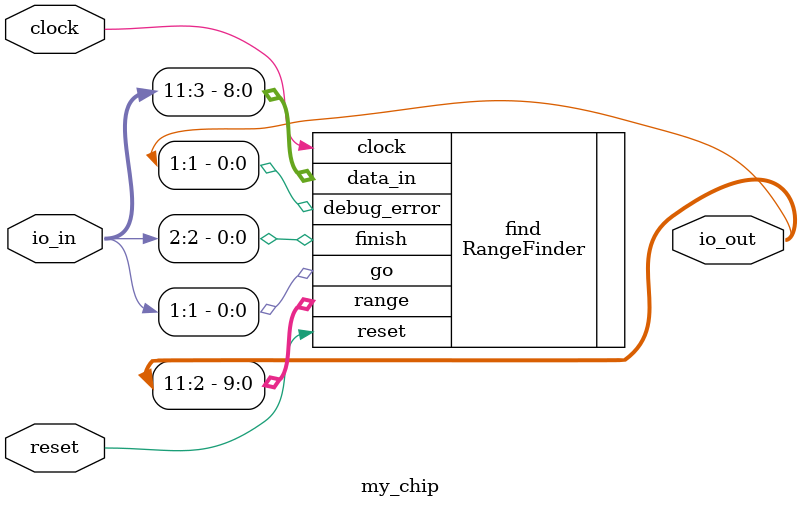
<source format=sv>
`default_nettype none

module my_chip (
    input logic [11:0] io_in, // Inputs to your chip
    output logic [11:0] io_out, // Outputs from your chip
    input logic clock,
    input logic reset // Important: Reset is ACTIVE-HIGH
);
    
    // Basic counter design as an example
    // TODO: remove the counter design and use this module to insert your own design
    // DO NOT change the I/O header of this design

    RangeFinder #(8) find(.clock(clock), .reset(reset), 
                    .go(io_in[1]), .finish(io_in[2]),
                    .data_in(io_in[11:3]), .range(io_out[11:2]),
                    .debug_error(io_out[1]));

endmodule

</source>
